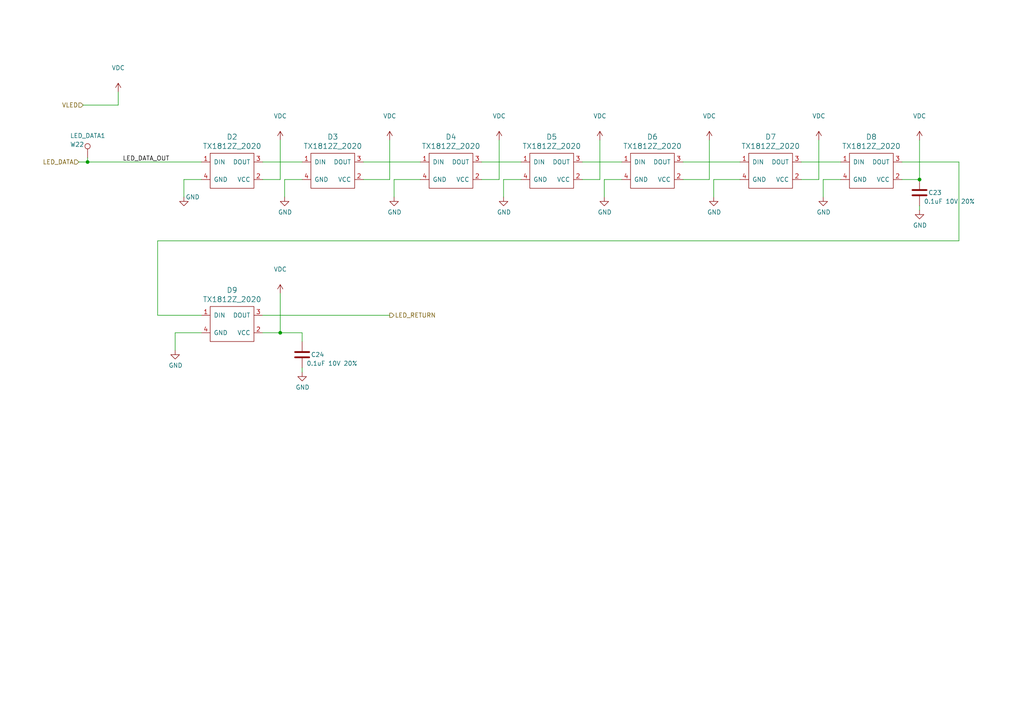
<source format=kicad_sch>
(kicad_sch (version 20230121) (generator eeschema)
  (paper "A4")
  (title_block (title "Pixels D20 Schematic, LEDs") (date "2020-04-13") (rev "2") (company "Systemic Games, LLC"))
  (lib_symbols
    (symbol "Device:C" (pin_numbers hide) (pin_names (offset 0.254))
      (property "Reference" "C" (at 0.635 2.54 0))
      (property "Value" "C" (at 0.635 -2.54 0))
      (symbol "C_0_1"
        (polyline (pts (xy -2.032 -0.762) (xy 2.032 -0.762)) (stroke (width 0.508)))
        (polyline (pts (xy -2.032 0.762) (xy 2.032 0.762)) (stroke (width 0.508)))
      )
      (symbol "C_1_1"
        (pin passive line (at 0 3.81 270) (length 2.794) (name "~") (number "1"))
        (pin passive line (at 0 -3.81 90) (length 2.794) (name "~") (number "2"))
      )
    )
    (symbol "Pixels-dice:TEST_1P-conn" (pin_numbers hide) (pin_names (offset 0.762) hide)
      (property "Reference" "W" (at 0 6.858 0))
      (property "Value" "TEST_1P-conn" (at 0 5.08 0))
      (symbol "TEST_1P-conn_0_1"
        (circle (center 0 3.302) (radius 0.762))
      )
      (symbol "TEST_1P-conn_1_1"
        (pin passive line (at 0 0 90) (length 2.54) (name "1") (number "1"))
      )
    )
    (symbol "Pixels-dice:TX1812Z_2020" (pin_names (offset 1.016))
      (property "Reference" "D" (at 0 -6.35 0))
      (property "Value" "TX1812Z_2020" (at 0 6.35 0))
      (symbol "TX1812Z_2020_0_1"
        (rectangle (start -6.35 5.08) (end 6.35 -5.08))
      )
      (symbol "TX1812Z_2020_1_1"
        (pin input line (at -8.89 2.54 0) (length 2.54) (name "DIN") (number "1"))
        (pin power_in line (at 8.89 -2.54 180) (length 2.54) (name "VCC") (number "2"))
        (pin output line (at 8.89 2.54 180) (length 2.54) (name "DOUT") (number "3"))
        (pin power_in line (at -8.89 -2.54 0) (length 2.54) (name "GND") (number "4"))
      )
    )
    (symbol "power:GND" (power) (pin_names (offset 0))
      (property "Value" "GND" (at 0 -3.81 0))
      (symbol "GND_0_1"
        (polyline (pts (xy 0 0) (xy 0 -1.27) (xy 1.27 -1.27) (xy 0 -2.54) (xy -1.27 -1.27) (xy 0 -1.27)))
      )
      (symbol "GND_1_1"
        (pin power_in line (at 0 0 270) (length 0) hide (name "GND") (number "1"))
      )
    )
    (symbol "power:VDC" (power) (pin_names (offset 0))
      (property "Value" "VDC" (at 0 6.35 0))
      (symbol "VDC_0_1"
        (polyline (pts (xy -0.762 1.27) (xy 0 2.54)))
        (polyline (pts (xy 0 0) (xy 0 2.54)))
        (polyline (pts (xy 0 2.54) (xy 0.762 1.27)))
      )
      (symbol "VDC_1_1"
        (pin power_in line (at 0 0 90) (length 0) hide (name "VDC") (number "1"))
      )
    )
  )
  (junction (at 25.4 46.99))
  (junction (at 81.28 96.52))
  (junction (at 266.7 52.07))
  (wire (pts (xy 81.28 96.52) (xy 87.63 96.52)))
  (wire (pts (xy 105.41 52.07) (xy 113.03 52.07)))
  (wire (pts (xy 278.13 69.85) (xy 45.72 69.85)))
  (wire (pts (xy 53.34 52.07) (xy 53.34 57.15)))
  (wire (pts (xy 207.01 52.07) (xy 207.01 57.15)))
  (wire (pts (xy 87.63 99.06) (xy 87.63 96.52)))
  (wire (pts (xy 278.13 46.99) (xy 278.13 69.85)))
  (wire (pts (xy 175.26 52.07) (xy 175.26 57.15)))
  (wire (pts (xy 266.7 59.69) (xy 266.7 60.96)))
  (wire (pts (xy 205.74 40.64) (xy 205.74 52.07)))
  (wire (pts (xy 238.76 57.15) (xy 238.76 52.07)))
  (wire (pts (xy 168.91 52.07) (xy 173.99 52.07)))
  (wire (pts (xy 232.41 52.07) (xy 237.49 52.07)))
  (wire (pts (xy 114.3 52.07) (xy 114.3 57.15)))
  (wire (pts (xy 198.12 52.07) (xy 205.74 52.07)))
  (wire (pts (xy 87.63 106.68) (xy 87.63 107.95)))
  (wire (pts (xy 25.4 45.72) (xy 25.4 46.99)))
  (wire (pts (xy 76.2 46.99) (xy 87.63 46.99)))
  (wire (pts (xy 232.41 46.99) (xy 243.84 46.99)))
  (wire (pts (xy 50.8 96.52) (xy 58.42 96.52)))
  (wire (pts (xy 53.34 52.07) (xy 58.42 52.07)))
  (wire (pts (xy 45.72 69.85) (xy 45.72 91.44)))
  (wire (pts (xy 34.29 30.48) (xy 34.29 26.67)))
  (wire (pts (xy 198.12 46.99) (xy 214.63 46.99)))
  (wire (pts (xy 76.2 96.52) (xy 81.28 96.52)))
  (wire (pts (xy 139.7 52.07) (xy 144.78 52.07)))
  (wire (pts (xy 266.7 40.64) (xy 266.7 52.07)))
  (wire (pts (xy 25.4 46.99) (xy 58.42 46.99)))
  (wire (pts (xy 146.05 57.15) (xy 146.05 52.07)))
  (wire (pts (xy 113.03 40.64) (xy 113.03 52.07)))
  (wire (pts (xy 144.78 40.64) (xy 144.78 52.07)))
  (wire (pts (xy 261.62 52.07) (xy 266.7 52.07)))
  (wire (pts (xy 139.7 46.99) (xy 151.13 46.99)))
  (wire (pts (xy 82.55 52.07) (xy 87.63 52.07)))
  (wire (pts (xy 76.2 91.44) (xy 113.03 91.44)))
  (wire (pts (xy 105.41 46.99) (xy 121.92 46.99)))
  (wire (pts (xy 114.3 52.07) (xy 121.92 52.07)))
  (wire (pts (xy 45.72 91.44) (xy 58.42 91.44)))
  (wire (pts (xy 175.26 52.07) (xy 180.34 52.07)))
  (wire (pts (xy 146.05 52.07) (xy 151.13 52.07)))
  (wire (pts (xy 168.91 46.99) (xy 180.34 46.99)))
  (wire (pts (xy 22.86 46.99) (xy 25.4 46.99)))
  (wire (pts (xy 76.2 52.07) (xy 81.28 52.07)))
  (wire (pts (xy 237.49 40.64) (xy 237.49 52.07)))
  (wire (pts (xy 173.99 40.64) (xy 173.99 52.07)))
  (wire (pts (xy 261.62 46.99) (xy 278.13 46.99)))
  (wire (pts (xy 81.28 40.64) (xy 81.28 52.07)))
  (wire (pts (xy 207.01 52.07) (xy 214.63 52.07)))
  (wire (pts (xy 24.13 30.48) (xy 34.29 30.48)))
  (wire (pts (xy 82.55 57.15) (xy 82.55 52.07)))
  (wire (pts (xy 238.76 52.07) (xy 243.84 52.07)))
  (wire (pts (xy 50.8 96.52) (xy 50.8 101.6)))
  (wire (pts (xy 81.28 85.09) (xy 81.28 96.52)))
  (label "LED_DATA_OUT" (at 35.56 46.99 0))
  (hierarchical_label "LED_DATA" (shape input) (at 22.86 46.99 180))
  (hierarchical_label "LED_RETURN" (shape output) (at 113.03 91.44 0))
  (hierarchical_label "VLED" (shape input) (at 24.13 30.48 180))
  (symbol (lib_id "Pixels-dice:TEST_1P-conn") (at 25.4 45.72 0) (unit 1) (in_bom no)
    (property "Reference" "W22" (at 20.32 41.91 0) (effects (justify left)))
    (property "Value" "LED_DATA1" (at 20.32 39.37 0) (effects (justify left)))
    (property "Footprint" "Pixels-dice:TEST_PIN" (effects hide))
    (property "Generic OK" "N/A" (effects hide))
  )
  (symbol (lib_id "power:VDC") (at 34.29 26.67 0) (unit 1)
    (property "Reference" "#PWR0102" (effects hide))
    (property "Value" "VDC" (at 34.29 19.685 0))
  )
  (symbol (lib_id "power:VDC") (at 81.28 40.64 0) (unit 1)
    (property "Reference" "#PWR0103" (effects hide))
    (property "Value" "VDC" (at 81.28 33.655 0))
  )
  (symbol (lib_id "power:VDC") (at 113.03 40.64 0) (unit 1)
    (property "Reference" "#PWR0104" (effects hide))
    (property "Value" "VDC" (at 113.03 33.655 0))
  )
  (symbol (lib_id "power:GND") (at 53.34 57.15 0) (unit 1)
    (property "Reference" "#PWR0105" (effects hide))
    (property "Value" "GND" (at 55.88 57.15 0))
  )
  (symbol (lib_id "power:GND") (at 82.55 57.15 0) (unit 1)
    (property "Reference" "#PWR0106" (effects hide))
    (property "Value" "GND" (at 82.677 61.5442 0))
  )
  (symbol (lib_id "power:VDC") (at 144.78 40.64 0) (unit 1)
    (property "Reference" "#PWR0107" (effects hide))
    (property "Value" "VDC" (at 144.78 33.655 0))
  )
  (symbol (lib_id "power:VDC") (at 173.99 40.64 0) (unit 1)
    (property "Reference" "#PWR0108" (effects hide))
    (property "Value" "VDC" (at 173.99 33.655 0))
  )
  (symbol (lib_id "power:GND") (at 114.3 57.15 0) (unit 1)
    (property "Reference" "#PWR0109" (effects hide))
    (property "Value" "GND" (at 114.427 61.5442 0))
  )
  (symbol (lib_id "power:GND") (at 146.05 57.15 0) (unit 1)
    (property "Reference" "#PWR0110" (effects hide))
    (property "Value" "GND" (at 146.177 61.5442 0))
  )
  (symbol (lib_id "power:VDC") (at 205.74 40.64 0) (unit 1)
    (property "Reference" "#PWR0111" (effects hide))
    (property "Value" "VDC" (at 205.74 33.655 0))
  )
  (symbol (lib_id "power:VDC") (at 237.49 40.64 0) (unit 1)
    (property "Reference" "#PWR0112" (effects hide))
    (property "Value" "VDC" (at 237.49 33.655 0))
  )
  (symbol (lib_id "power:VDC") (at 266.7 40.64 0) (unit 1)
    (property "Reference" "#PWR0113" (effects hide))
    (property "Value" "VDC" (at 266.7 33.655 0))
  )
  (symbol (lib_id "power:GND") (at 207.01 57.15 0) (unit 1)
    (property "Reference" "#PWR0114" (effects hide))
    (property "Value" "GND" (at 207.137 61.5442 0))
  )
  (symbol (lib_id "power:GND") (at 238.76 57.15 0) (unit 1)
    (property "Reference" "#PWR0115" (effects hide))
    (property "Value" "GND" (at 238.887 61.5442 0))
  )
  (symbol (lib_id "power:GND") (at 175.26 57.15 0) (unit 1)
    (property "Reference" "#PWR0116" (effects hide))
    (property "Value" "GND" (at 175.387 61.5442 0))
  )
  (symbol (lib_id "power:GND") (at 50.8 101.6 0) (unit 1)
    (property "Reference" "#PWR0119" (effects hide))
    (property "Value" "GND" (at 50.927 105.9942 0))
  )
  (symbol (lib_id "power:VDC") (at 81.28 85.09 0) (unit 1)
    (property "Reference" "#PWR019" (effects hide))
    (property "Value" "VDC" (at 81.28 78.105 0))
  )
  (symbol (lib_id "Device:C") (at 266.7 55.88 0) (unit 1)
    (property "Reference" "C23" (at 269.24 55.88 0) (effects (justify left)))
    (property "Value" "0.1uF 10V 20%" (at 267.97 58.42 0) (effects (justify left)))
    (property "Footprint" "Pixels-dice:C_0402_1005Metric" (effects hide))
    (property "Generic OK" "YES" (effects hide))
    (property "Pixels Part Number" "SMD-C005" (effects hide))
    (property "Manufacturer" "Murata" (effects hide))
    (property "Manufacturer Part Number" "GRM155R61H104KE19D" (effects hide))
  )
  (symbol (lib_id "power:GND") (at 266.7 60.96 0) (unit 1)
    (property "Reference" "#PWR0140" (effects hide))
    (property "Value" "GND" (at 266.827 65.3542 0))
  )
  (symbol (lib_id "Device:C") (at 87.63 102.87 0) (unit 1)
    (property "Reference" "C24" (at 90.17 102.87 0) (effects (justify left)))
    (property "Value" "0.1uF 10V 20%" (at 88.9 105.41 0) (effects (justify left)))
    (property "Footprint" "Pixels-dice:C_0402_1005Metric" (effects hide))
    (property "Generic OK" "YES" (effects hide))
    (property "Pixels Part Number" "SMD-C005" (effects hide))
    (property "Manufacturer" "Murata" (effects hide))
    (property "Manufacturer Part Number" "GRM155R61H104KE19D" (effects hide))
  )
  (symbol (lib_id "power:GND") (at 87.63 107.95 0) (unit 1)
    (property "Reference" "#PWR0141" (effects hide))
    (property "Value" "GND" (at 87.757 112.3442 0))
  )
  (symbol (lib_id "Pixels-dice:TX1812Z_2020") (at 67.31 49.53 0) (unit 1)
    (property "Reference" "D2" (at 67.31 39.7002 0) (effects (font (size 1.524 1.524))))
    (property "Value" "TX1812Z_2020" (at 67.31 42.3926 0) (effects (font (size 1.524 1.524))))
    (property "Footprint" "Pixels-dice:TX1812Z_2020" (effects hide))
    (property "Manufacturer" "TCWIN" (effects hide))
    (property "Manufacturer Part Number" "TX1812Z 2020" (effects hide))
    (property "Pixels Part Number" "SMD-D002-ALT2" (effects hide))
    (property "Generic OK" "NO" (effects hide))
  )
  (symbol (lib_id "Pixels-dice:TX1812Z_2020") (at 96.52 49.53 0) (unit 1)
    (property "Reference" "D3" (at 96.52 39.7002 0) (effects (font (size 1.524 1.524))))
    (property "Value" "TX1812Z_2020" (at 96.52 42.3926 0) (effects (font (size 1.524 1.524))))
    (property "Footprint" "Pixels-dice:TX1812Z_2020" (effects hide))
    (property "Manufacturer" "TCWIN" (effects hide))
    (property "Manufacturer Part Number" "TX1812Z 2020" (effects hide))
    (property "Pixels Part Number" "SMD-D002-ALT2" (effects hide))
    (property "Generic OK" "NO" (effects hide))
  )
  (symbol (lib_id "Pixels-dice:TX1812Z_2020") (at 130.81 49.53 0) (unit 1)
    (property "Reference" "D4" (at 130.81 39.7002 0) (effects (font (size 1.524 1.524))))
    (property "Value" "TX1812Z_2020" (at 130.81 42.3926 0) (effects (font (size 1.524 1.524))))
    (property "Footprint" "Pixels-dice:TX1812Z_2020" (effects hide))
    (property "Manufacturer" "TCWIN" (effects hide))
    (property "Manufacturer Part Number" "TX1812Z 2020" (effects hide))
    (property "Pixels Part Number" "SMD-D002-ALT2" (effects hide))
    (property "Generic OK" "NO" (effects hide))
  )
  (symbol (lib_id "Pixels-dice:TX1812Z_2020") (at 160.02 49.53 0) (unit 1)
    (property "Reference" "D5" (at 160.02 39.7002 0) (effects (font (size 1.524 1.524))))
    (property "Value" "TX1812Z_2020" (at 160.02 42.3926 0) (effects (font (size 1.524 1.524))))
    (property "Footprint" "Pixels-dice:TX1812Z_2020" (effects hide))
    (property "Manufacturer" "TCWIN" (effects hide))
    (property "Manufacturer Part Number" "TX1812Z 2020" (effects hide))
    (property "Pixels Part Number" "SMD-D002-ALT2" (effects hide))
    (property "Generic OK" "NO" (effects hide))
  )
  (symbol (lib_id "Pixels-dice:TX1812Z_2020") (at 189.23 49.53 0) (unit 1)
    (property "Reference" "D6" (at 189.23 39.7002 0) (effects (font (size 1.524 1.524))))
    (property "Value" "TX1812Z_2020" (at 189.23 42.3926 0) (effects (font (size 1.524 1.524))))
    (property "Footprint" "Pixels-dice:TX1812Z_2020" (effects hide))
    (property "Manufacturer" "TCWIN" (effects hide))
    (property "Manufacturer Part Number" "TX1812Z 2020" (effects hide))
    (property "Pixels Part Number" "SMD-D002-ALT2" (effects hide))
    (property "Generic OK" "NO" (effects hide))
  )
  (symbol (lib_id "Pixels-dice:TX1812Z_2020") (at 223.52 49.53 0) (unit 1)
    (property "Reference" "D7" (at 223.52 39.7002 0) (effects (font (size 1.524 1.524))))
    (property "Value" "TX1812Z_2020" (at 223.52 42.3926 0) (effects (font (size 1.524 1.524))))
    (property "Footprint" "Pixels-dice:TX1812Z_2020" (effects hide))
    (property "Manufacturer" "TCWIN" (effects hide))
    (property "Manufacturer Part Number" "TX1812Z 2020" (effects hide))
    (property "Pixels Part Number" "SMD-D002-ALT2" (effects hide))
    (property "Generic OK" "NO" (effects hide))
  )
  (symbol (lib_id "Pixels-dice:TX1812Z_2020") (at 252.73 49.53 0) (unit 1)
    (property "Reference" "D8" (at 252.73 39.7002 0) (effects (font (size 1.524 1.524))))
    (property "Value" "TX1812Z_2020" (at 252.73 42.3926 0) (effects (font (size 1.524 1.524))))
    (property "Footprint" "Pixels-dice:TX1812Z_2020" (effects hide))
    (property "Manufacturer" "TCWIN" (effects hide))
    (property "Manufacturer Part Number" "TX1812Z 2020" (effects hide))
    (property "Pixels Part Number" "SMD-D002-ALT2" (effects hide))
    (property "Generic OK" "NO" (effects hide))
  )
  (symbol (lib_id "Pixels-dice:TX1812Z_2020") (at 67.31 93.98 0) (unit 1)
    (property "Reference" "D9" (at 67.31 84.1502 0) (effects (font (size 1.524 1.524))))
    (property "Value" "TX1812Z_2020" (at 67.31 86.8426 0) (effects (font (size 1.524 1.524))))
    (property "Footprint" "Pixels-dice:TX1812Z_2020" (effects hide))
    (property "Manufacturer" "TCWIN" (effects hide))
    (property "Manufacturer Part Number" "TX1812Z 2020" (effects hide))
    (property "Pixels Part Number" "SMD-D002-ALT2" (effects hide))
    (property "Generic OK" "NO" (effects hide))
  )
)
</source>
